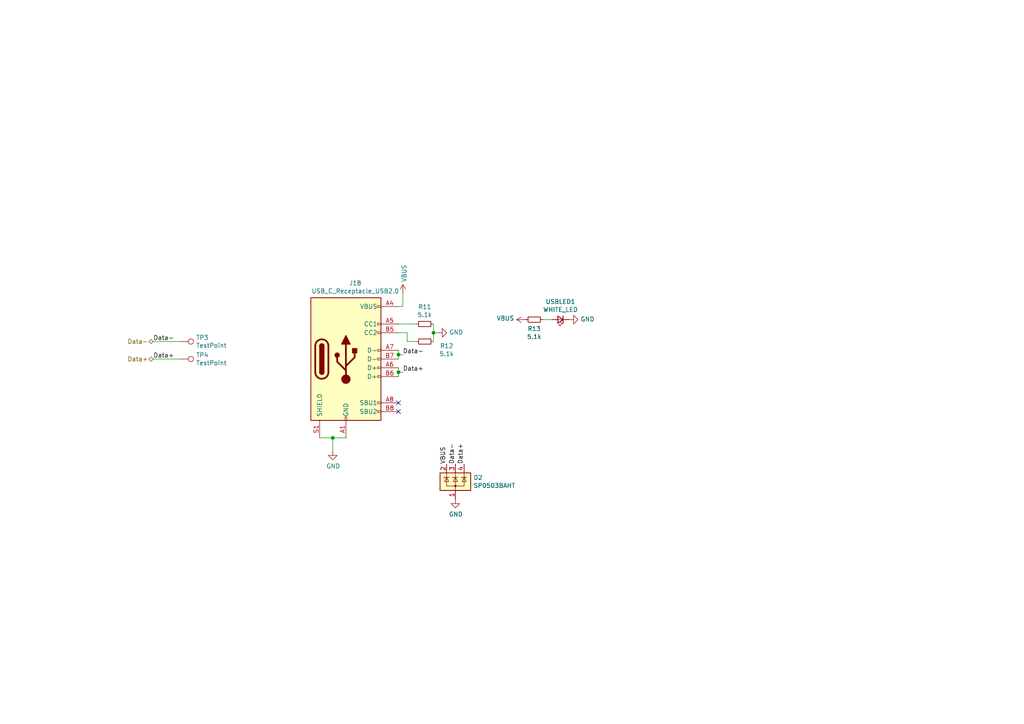
<source format=kicad_sch>
(kicad_sch (version 20230121) (generator eeschema)
  (paper "A4")
  (lib_symbols
    (symbol "Connector:TestPoint" (pin_numbers hide) (pin_names (offset 0.762) hide)
      (property "Reference" "TP" (at 0 6.858 0))
      (property "Value" "TestPoint" (at 0 5.08 0))
      (symbol "TestPoint_0_1"
        (circle (center 0 3.302) (radius 0.762))
      )
      (symbol "TestPoint_1_1"
        (pin passive line (at 0 0 90) (length 2.54) (name "1") (number "1"))
      )
    )
    (symbol "Connector:USB_C_Receptacle_USB2.0" (pin_names (offset 1.016))
      (property "Reference" "J" (at -10.16 19.05 0))
      (property "Value" "USB_C_Receptacle_USB2.0" (at 19.05 19.05 0))
      (symbol "USB_C_Receptacle_USB2.0_0_0"
        (rectangle (start -0.254 -17.78) (end 0.254 -16.764))
        (rectangle (start 10.16 -14.986) (end 9.144 -15.494))
        (rectangle (start 10.16 -12.446) (end 9.144 -12.954))
        (rectangle (start 10.16 -4.826) (end 9.144 -5.334))
        (rectangle (start 10.16 -2.286) (end 9.144 -2.794))
        (rectangle (start 10.16 0.254) (end 9.144 -0.254))
        (rectangle (start 10.16 2.794) (end 9.144 2.286))
        (rectangle (start 10.16 7.874) (end 9.144 7.366))
        (rectangle (start 10.16 10.414) (end 9.144 9.906))
        (rectangle (start 10.16 15.494) (end 9.144 14.986))
      )
      (symbol "USB_C_Receptacle_USB2.0_0_1"
        (rectangle (start -10.16 17.78) (end 10.16 -17.78) (stroke (width 0.254)) (fill (type background)))
        (arc (start -8.89 -3.81) (mid -6.985 -5.7067) (end -5.08 -3.81) (stroke (width 0.508)))
        (arc (start -7.62 -3.81) (mid -6.985 -4.4423) (end -6.35 -3.81) (stroke (width 0.254)))
        (arc (start -7.62 -3.81) (mid -6.985 -4.4423) (end -6.35 -3.81) (stroke (width 0.254)) (fill (type outline)))
        (rectangle (start -7.62 -3.81) (end -6.35 3.81) (stroke (width 0.254)) (fill (type outline)))
        (arc (start -6.35 3.81) (mid -6.985 4.4423) (end -7.62 3.81) (stroke (width 0.254)))
        (arc (start -6.35 3.81) (mid -6.985 4.4423) (end -7.62 3.81) (stroke (width 0.254)) (fill (type outline)))
        (arc (start -5.08 3.81) (mid -6.985 5.7067) (end -8.89 3.81) (stroke (width 0.508)))
        (circle (center -2.54 1.143) (radius 0.635) (stroke (width 0.254)) (fill (type outline)))
        (circle (center 0 -5.842) (radius 1.27) (fill (type outline)))
        (polyline (pts (xy -8.89 -3.81) (xy -8.89 3.81)) (stroke (width 0.508)))
        (polyline (pts (xy -5.08 3.81) (xy -5.08 -3.81)) (stroke (width 0.508)))
        (polyline (pts (xy 0 -5.842) (xy 0 4.318)) (stroke (width 0.508)))
        (polyline (pts (xy 0 -3.302) (xy -2.54 -0.762) (xy -2.54 0.508)) (stroke (width 0.508)))
        (polyline (pts (xy 0 -2.032) (xy 2.54 0.508) (xy 2.54 1.778)) (stroke (width 0.508)))
        (polyline (pts (xy -1.27 4.318) (xy 0 6.858) (xy 1.27 4.318) (xy -1.27 4.318)) (stroke (width 0.254)) (fill (type outline)))
        (rectangle (start 1.905 1.778) (end 3.175 3.048) (stroke (width 0.254)) (fill (type outline)))
      )
      (symbol "USB_C_Receptacle_USB2.0_1_1"
        (pin passive line (at 0 -22.86 90) (length 5.08) (name "GND") (number "A1"))
        (pin passive line (at 0 -22.86 90) (length 5.08) hide (name "GND") (number "A12"))
        (pin passive line (at 15.24 15.24 180) (length 5.08) (name "VBUS") (number "A4"))
        (pin bidirectional line (at 15.24 10.16 180) (length 5.08) (name "CC1") (number "A5"))
        (pin bidirectional line (at 15.24 -2.54 180) (length 5.08) (name "D+") (number "A6"))
        (pin bidirectional line (at 15.24 2.54 180) (length 5.08) (name "D-") (number "A7"))
        (pin bidirectional line (at 15.24 -12.7 180) (length 5.08) (name "SBU1") (number "A8"))
        (pin passive line (at 15.24 15.24 180) (length 5.08) hide (name "VBUS") (number "A9"))
        (pin passive line (at 0 -22.86 90) (length 5.08) hide (name "GND") (number "B1"))
        (pin passive line (at 0 -22.86 90) (length 5.08) hide (name "GND") (number "B12"))
        (pin passive line (at 15.24 15.24 180) (length 5.08) hide (name "VBUS") (number "B4"))
        (pin bidirectional line (at 15.24 7.62 180) (length 5.08) (name "CC2") (number "B5"))
        (pin bidirectional line (at 15.24 -5.08 180) (length 5.08) (name "D+") (number "B6"))
        (pin bidirectional line (at 15.24 0 180) (length 5.08) (name "D-") (number "B7"))
        (pin bidirectional line (at 15.24 -15.24 180) (length 5.08) (name "SBU2") (number "B8"))
        (pin passive line (at 15.24 15.24 180) (length 5.08) hide (name "VBUS") (number "B9"))
        (pin passive line (at -7.62 -22.86 90) (length 5.08) (name "SHIELD") (number "S1"))
      )
    )
    (symbol "Device:LED_Small" (pin_numbers hide) (pin_names (offset 0.254) hide)
      (property "Reference" "D" (at -1.27 3.175 0))
      (property "Value" "LED_Small" (at -4.445 -2.54 0))
      (symbol "LED_Small_0_1"
        (polyline (pts (xy -0.762 -1.016) (xy -0.762 1.016)) (stroke (width 0.254)))
        (polyline (pts (xy 1.016 0) (xy -0.762 0)))
        (polyline (pts (xy 0.762 -1.016) (xy -0.762 0) (xy 0.762 1.016) (xy 0.762 -1.016)) (stroke (width 0.254)))
        (polyline (pts (xy 0 0.762) (xy -0.508 1.27) (xy -0.254 1.27) (xy -0.508 1.27) (xy -0.508 1.016)))
        (polyline (pts (xy 0.508 1.27) (xy 0 1.778) (xy 0.254 1.778) (xy 0 1.778) (xy 0 1.524)))
      )
      (symbol "LED_Small_1_1"
        (pin passive line (at -2.54 0 0) (length 1.778) (name "K") (number "1"))
        (pin passive line (at 2.54 0 180) (length 1.778) (name "A") (number "2"))
      )
    )
    (symbol "Device:R_Small" (pin_numbers hide) (pin_names (offset 0.254) hide)
      (property "Reference" "R" (at 0.762 0.508 0))
      (property "Value" "R_Small" (at 0.762 -1.016 0))
      (symbol "R_Small_0_1"
        (rectangle (start -0.762 1.778) (end 0.762 -1.778) (stroke (width 0.2032)))
      )
      (symbol "R_Small_1_1"
        (pin passive line (at 0 2.54 270) (length 0.762) (name "~") (number "1"))
        (pin passive line (at 0 -2.54 90) (length 0.762) (name "~") (number "2"))
      )
    )
    (symbol "Power_Protection:SP0503BAHT" (pin_names hide)
      (property "Reference" "D" (at 5.715 2.54 0))
      (property "Value" "SP0503BAHT" (at 5.715 0.635 0))
      (symbol "SP0503BAHT_0_0"
        (pin passive line (at 0 -5.08 90) (length 2.54) (name "A") (number "1"))
      )
      (symbol "SP0503BAHT_0_1"
        (rectangle (start -4.445 2.54) (end 4.445 -2.54) (stroke (width 0.254)) (fill (type background)))
        (circle (center 0 -1.27) (radius 0.254) (fill (type outline)))
        (polyline (pts (xy -2.54 2.54) (xy -2.54 1.27)))
        (polyline (pts (xy 0 -1.27) (xy 0 -2.54)))
        (polyline (pts (xy 0 -1.27) (xy 0 1.27)))
        (polyline (pts (xy 0 2.54) (xy 0 1.27)))
        (polyline (pts (xy 0.635 1.27) (xy 0.762 1.27)))
        (polyline (pts (xy 2.54 2.54) (xy 2.54 1.27)))
        (polyline (pts (xy 0.635 1.27) (xy -0.762 1.27) (xy -0.762 1.016)))
        (polyline (pts (xy -3.302 1.016) (xy -3.302 1.27) (xy -1.905 1.27) (xy -1.778 1.27)))
        (polyline (pts (xy -2.54 1.27) (xy -2.54 -1.27) (xy 2.54 -1.27) (xy 2.54 1.27)))
        (polyline (pts (xy -2.54 1.27) (xy -1.905 0) (xy -3.175 0) (xy -2.54 1.27)))
        (polyline (pts (xy 0.635 0) (xy -0.635 0) (xy 0 1.27) (xy 0.635 0)))
        (polyline (pts (xy 1.778 1.016) (xy 1.778 1.27) (xy 3.175 1.27) (xy 3.302 1.27)))
        (polyline (pts (xy 2.54 1.27) (xy 1.905 0) (xy 3.175 0) (xy 2.54 1.27)))
      )
      (symbol "SP0503BAHT_1_1"
        (pin passive line (at -2.54 5.08 270) (length 2.54) (name "K") (number "2"))
        (pin passive line (at 0 5.08 270) (length 2.54) (name "K") (number "3"))
        (pin passive line (at 2.54 5.08 270) (length 2.54) (name "K") (number "4"))
      )
    )
    (symbol "power:GND" (power) (pin_names (offset 0))
      (property "Value" "GND" (at 0 -3.81 0))
      (symbol "GND_0_1"
        (polyline (pts (xy 0 0) (xy 0 -1.27) (xy 1.27 -1.27) (xy 0 -2.54) (xy -1.27 -1.27) (xy 0 -1.27)))
      )
      (symbol "GND_1_1"
        (pin power_in line (at 0 0 270) (length 0) hide (name "GND") (number "1"))
      )
    )
    (symbol "power:VBUS" (power) (pin_names (offset 0))
      (property "Value" "VBUS" (at 0 3.81 0))
      (symbol "VBUS_0_1"
        (polyline (pts (xy -0.762 1.27) (xy 0 2.54)))
        (polyline (pts (xy 0 0) (xy 0 2.54)))
        (polyline (pts (xy 0 2.54) (xy 0.762 1.27)))
      )
      (symbol "VBUS_1_1"
        (pin power_in line (at 0 0 90) (length 0) hide (name "VBUS") (number "1"))
      )
    )
  )
  (junction (at 115.57 107.95))
  (junction (at 125.73 96.52))
  (junction (at 96.52 127))
  (junction (at 115.57 102.87))
  (no_connect (at 115.57 119.38))
  (no_connect (at 115.57 116.84))
  (wire (pts (xy 115.57 96.52) (xy 118.11 96.52)))
  (wire (pts (xy 44.45 104.14) (xy 52.07 104.14)))
  (wire (pts (xy 96.52 127) (xy 96.52 130.81)))
  (wire (pts (xy 115.57 107.95) (xy 115.57 109.22)))
  (wire (pts (xy 118.11 96.52) (xy 118.11 99.06)))
  (wire (pts (xy 160.02 92.71) (xy 157.48 92.71)))
  (wire (pts (xy 115.57 102.87) (xy 115.57 101.6)))
  (wire (pts (xy 115.57 102.87) (xy 116.84 102.87)))
  (wire (pts (xy 116.84 85.09) (xy 116.84 88.9)))
  (wire (pts (xy 125.73 93.98) (xy 125.73 96.52)))
  (wire (pts (xy 92.71 127) (xy 96.52 127)))
  (wire (pts (xy 115.57 93.98) (xy 120.65 93.98)))
  (wire (pts (xy 125.73 99.06) (xy 125.73 96.52)))
  (wire (pts (xy 96.52 127) (xy 100.33 127)))
  (wire (pts (xy 125.73 96.52) (xy 127 96.52)))
  (wire (pts (xy 115.57 106.68) (xy 115.57 107.95)))
  (wire (pts (xy 115.57 104.14) (xy 115.57 102.87)))
  (wire (pts (xy 115.57 107.95) (xy 116.84 107.95)))
  (wire (pts (xy 116.84 88.9) (xy 115.57 88.9)))
  (wire (pts (xy 118.11 99.06) (xy 120.65 99.06)))
  (wire (pts (xy 44.45 99.06) (xy 52.07 99.06)))
  (label "Data+" (at 134.62 134.62 90))
  (label "VBUS" (at 129.54 134.62 90))
  (label "Data+" (at 44.45 104.14 0))
  (label "Data-" (at 44.45 99.06 0))
  (label "Data-" (at 132.08 134.62 90))
  (label "Data-" (at 116.84 102.87 0))
  (label "Data+" (at 116.84 107.95 0))
  (hierarchical_label "Data-" (shape bidirectional) (at 44.45 99.06 180))
  (hierarchical_label "Data+" (shape bidirectional) (at 44.45 104.14 180))
  (symbol (lib_id "power:GND") (at 127 96.52 90) (unit 1)
    (property "Reference" "#PWR044" (effects hide))
    (property "Value" "GND" (at 130.2512 96.393 90) (effects (justify right)))
  )
  (symbol (lib_id "Device:R_Small") (at 123.19 99.06 270) (unit 1)
    (property "Reference" "R12" (at 129.54 100.33 90))
    (property "Value" "5.1k" (at 129.54 102.6414 90))
    (property "Footprint" "Resistor_SMD:R_0402_1005Metric" (effects hide))
  )
  (symbol (lib_id "Device:R_Small") (at 123.19 93.98 90) (unit 1)
    (property "Reference" "R11" (at 123.19 89.0016 90))
    (property "Value" "5.1k" (at 123.19 91.313 90))
    (property "Footprint" "Resistor_SMD:R_0402_1005Metric" (effects hide))
  )
  (symbol (lib_id "power:GND") (at 96.52 130.81 0) (unit 1)
    (property "Reference" "#PWR042" (effects hide))
    (property "Value" "GND" (at 96.647 135.2042 0))
  )
  (symbol (lib_id "Connector:USB_C_Receptacle_USB2.0") (at 100.33 104.14 0) (unit 1)
    (property "Reference" "J18" (at 103.0478 82.1182 0))
    (property "Value" "USB_C_Receptacle_USB2.0" (at 103.0478 84.4296 0))
    (property "Footprint" "Connector_USB:USB_C_Receptacle_Palconn_UTC16-G" (effects hide))
    (property "Datasheet" "https://www.usb.org/sites/default/files/documents/usb_type-c.zip" (effects hide))
  )
  (symbol (lib_id "power:GND") (at 132.08 144.78 0) (unit 1)
    (property "Reference" "#PWR045" (effects hide))
    (property "Value" "GND" (at 132.207 149.1742 0))
  )
  (symbol (lib_id "Power_Protection:SP0503BAHT") (at 132.08 139.7 0) (unit 1)
    (property "Reference" "D2" (at 137.287 138.5316 0) (effects (justify left)))
    (property "Value" "SP0503BAHT" (at 137.287 140.843 0) (effects (justify left)))
    (property "Footprint" "Package_TO_SOT_SMD:SOT-143" (effects hide))
    (property "Datasheet" "http://www.littelfuse.com/~/media/files/littelfuse/technical%20resources/documents/data%20sheets/sp05xxba.pdf" (effects hide))
  )
  (symbol (lib_id "power:VBUS") (at 116.84 85.09 0) (unit 1)
    (property "Reference" "#PWR043" (effects hide))
    (property "Value" "VBUS" (at 117.221 81.8388 90) (effects (justify left)))
  )
  (symbol (lib_id "Connector:TestPoint") (at 52.07 99.06 270) (unit 1)
    (property "Reference" "TP3" (at 56.8452 97.8916 90) (effects (justify left)))
    (property "Value" "TestPoint" (at 56.8452 100.203 90) (effects (justify left)))
    (property "Footprint" "TestPoint:TestPoint_Pad_D1.0mm" (effects hide))
  )
  (symbol (lib_id "Connector:TestPoint") (at 52.07 104.14 270) (unit 1)
    (property "Reference" "TP4" (at 56.8452 102.9716 90) (effects (justify left)))
    (property "Value" "TestPoint" (at 56.8452 105.283 90) (effects (justify left)))
    (property "Footprint" "TestPoint:TestPoint_Pad_D1.0mm" (effects hide))
  )
  (symbol (lib_id "Device:LED_Small") (at 162.56 92.71 180) (unit 1)
    (property "Reference" "USBLED1" (at 162.56 87.503 0))
    (property "Value" "WHITE_LED" (at 162.56 89.8144 0))
    (property "Footprint" "Resistor_SMD:R_0402_1005Metric" (effects hide))
  )
  (symbol (lib_id "Device:R_Small") (at 154.94 92.71 90) (unit 1)
    (property "Reference" "R13" (at 154.94 95.3516 90))
    (property "Value" "5.1k" (at 154.94 97.663 90))
    (property "Footprint" "Resistor_SMD:R_0402_1005Metric" (effects hide))
  )
  (symbol (lib_id "power:GND") (at 165.1 92.71 90) (unit 1)
    (property "Reference" "#PWR047" (effects hide))
    (property "Value" "GND" (at 168.3512 92.583 90) (effects (justify right)))
  )
  (symbol (lib_id "power:VBUS") (at 152.4 92.71 90) (unit 1)
    (property "Reference" "#PWR046" (effects hide))
    (property "Value" "VBUS" (at 149.1488 92.329 90) (effects (justify left)))
  )
)
</source>
